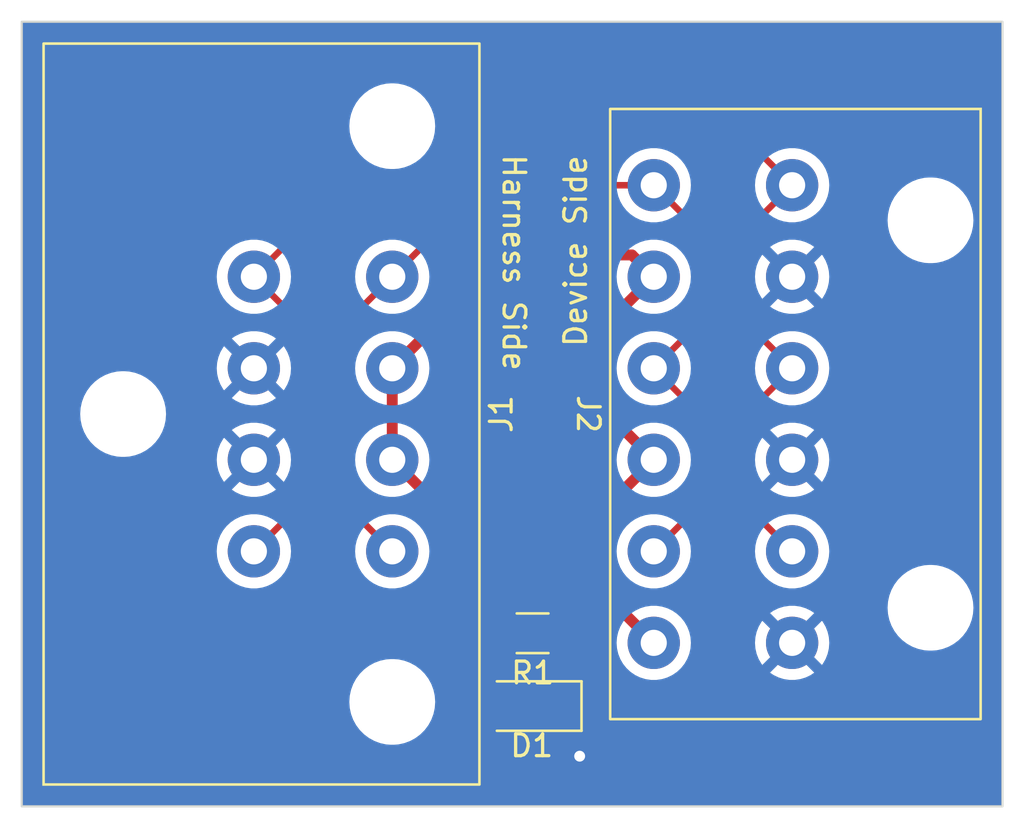
<source format=kicad_pcb>
(kicad_pcb (version 20221018) (generator pcbnew)
  (layers (0 "F.Cu" signal) (31 "B.Cu" signal) (34 "B.Paste" user) (35 "F.Paste" user) (36 "B.SilkS" user "B.Silkscreen") (37 "F.SilkS" user "F.Silkscreen") (38 "B.Mask" user) (39 "F.Mask" user) (44 "Edge.Cuts" user))
  (net 0 "")
  (net 1 "GND")
  (net 2 "/PWR_LED")
  (net 3 "+5V")
  (net 4 "/CANL")
  (net 5 "/CANH")
  (footprint "LED_SMD:LED_1206_3216Metric" (layer "F.Cu") (at 148.4 93.4 180)
    (fp_text reference "D1" (at 0 -1.82) (layer "F.SilkS"))
    (fp_text value "RED")
    (fp_line (start -2.285 -1.135) (end -2.285 1.135) (stroke (width 0.12)) (layer "F.SilkS"))
    (fp_line (start -2.285 1.135) (end 1.6 1.135) (stroke (width 0.12)) (layer "F.SilkS"))
    (fp_line (start 1.6 -1.135) (end -2.285 -1.135) (stroke (width 0.12)) (layer "F.SilkS"))
    (pad "1" smd roundrect (at -1.4 0 180) (size 1.25 1.75) (layers "F.Cu" "F.Paste" "F.Mask") (roundrect_rratio 0.2) (net 1 "GND"))
    (pad "2" smd roundrect (at 1.4 0 180) (size 1.25 1.75) (layers "F.Cu" "F.Paste" "F.Mask") (roundrect_rratio 0.2) (net 2 "/PWR_LED"))
  )
  (footprint "Resistor_SMD:R_1206_3216Metric" (layer "F.Cu") (at 148.44 90.06 180)
    (fp_text reference "R1" (at 0 -1.82) (layer "F.SilkS"))
    (fp_text value "220")
    (fp_line (start -0.727064 -0.91) (end 0.727064 -0.91) (stroke (width 0.12)) (layer "F.SilkS"))
    (fp_line (start -0.727064 0.91) (end 0.727064 0.91) (stroke (width 0.12)) (layer "F.SilkS"))
    (pad "1" smd roundrect (at -1.4625 0 180) (size 1.125 1.75) (layers "F.Cu" "F.Paste" "F.Mask") (roundrect_rratio 0.222222) (net 3 "+5V"))
    (pad "2" smd roundrect (at 1.4625 0 180) (size 1.125 1.75) (layers "F.Cu" "F.Paste" "F.Mask") (roundrect_rratio 0.222222) (net 2 "/PWR_LED"))
  )
  (footprint "Amphenol_Boardlock:ATM13-08PA-BMXX" (layer "F.Cu") (at 142 80 90)
    (fp_text reference "J1" (at 0 5 90 unlocked) (layer "F.SilkS"))
    (fp_text value "ATM13-08PA-BMXX")
    (fp_rect (start -17 -16) (end 17 4) (stroke (width 0.12)) (fill none) (layer "F.SilkS"))
    (pad "" np_thru_hole circle (at -13.21 0 90) (size 3.43 3.43) (drill 3.43) (layers "F&B.Cu" "*.Mask"))
    (pad "" np_thru_hole circle (at 0 -12.35 90) (size 3.43 3.43) (drill 3.43) (layers "F&B.Cu" "*.Mask"))
    (pad "" np_thru_hole circle (at 13.21 0 90) (size 3.43 3.43) (drill 3.43) (layers "F&B.Cu" "*.Mask"))
    (pad "1" thru_hole circle (at -6.3 0 90) (size 2.4 2.4) (drill 1.2) (layers "*.Cu" "*.Mask") (net 4 "/CANL"))
    (pad "2" thru_hole circle (at -2.1 0 90) (size 2.4 2.4) (drill 1.2) (layers "*.Cu" "*.Mask") (net 3 "+5V"))
    (pad "3" thru_hole circle (at 2.1 0 90) (size 2.4 2.4) (drill 1.2) (layers "*.Cu" "*.Mask") (net 3 "+5V"))
    (pad "4" thru_hole circle (at 6.3 0 90) (size 2.4 2.4) (drill 1.2) (layers "*.Cu" "*.Mask") (net 4 "/CANL"))
    (pad "5" thru_hole circle (at 6.3 -6.35 90) (size 2.4 2.4) (drill 1.2) (layers "*.Cu" "*.Mask") (net 5 "/CANH"))
    (pad "6" thru_hole circle (at 2.1 -6.35 90) (size 2.4 2.4) (drill 1.2) (layers "*.Cu" "*.Mask") (net 1 "GND"))
    (pad "7" thru_hole circle (at -2.1 -6.35 90) (size 2.4 2.4) (drill 1.2) (layers "*.Cu" "*.Mask") (net 1 "GND"))
    (pad "8" thru_hole circle (at -6.3 -6.35 90) (size 2.4 2.4) (drill 1.2) (layers "*.Cu" "*.Mask") (net 5 "/CANH"))
  )
  (footprint "Amphenol_Boardlock:ATM13-12PA-BMXX" (layer "F.Cu") (at 154 80 -90)
    (fp_text reference "J2" (at 0 3 -90 unlocked) (layer "F.SilkS"))
    (fp_text value "ATM13-12PA-BMXX")
    (fp_rect (start -14 -15) (end 14 2) (stroke (width 0.12)) (fill none) (layer "F.SilkS"))
    (pad "" np_thru_hole circle (at -8.89 -12.7 270) (size 3.43 3.43) (drill 3.43) (layers "F&B.Cu" "*.Mask"))
    (pad "" np_thru_hole circle (at 8.89 -12.7 270) (size 3.43 3.43) (drill 3.43) (layers "F&B.Cu" "*.Mask"))
    (pad "1" thru_hole circle (at -10.5 0 270) (size 2.4 2.4) (drill 1.2) (layers "*.Cu" "*.Mask") (net 4 "/CANL"))
    (pad "2" thru_hole circle (at -6.3 0 270) (size 2.4 2.4) (drill 1.2) (layers "*.Cu" "*.Mask") (net 3 "+5V"))
    (pad "3" thru_hole circle (at -2.1 0 270) (size 2.4 2.4) (drill 1.2) (layers "*.Cu" "*.Mask") (net 4 "/CANL"))
    (pad "4" thru_hole circle (at 2.1 0 270) (size 2.4 2.4) (drill 1.2) (layers "*.Cu" "*.Mask") (net 3 "+5V"))
    (pad "5" thru_hole circle (at 6.3 0 270) (size 2.4 2.4) (drill 1.2) (layers "*.Cu" "*.Mask") (net 4 "/CANL"))
    (pad "6" thru_hole circle (at 10.5 0 270) (size 2.4 2.4) (drill 1.2) (layers "*.Cu" "*.Mask") (net 3 "+5V"))
    (pad "7" thru_hole circle (at 10.5 -6.35 270) (size 2.4 2.4) (drill 1.2) (layers "*.Cu" "*.Mask") (net 1 "GND"))
    (pad "8" thru_hole circle (at 6.3 -6.35 270) (size 2.4 2.4) (drill 1.2) (layers "*.Cu" "*.Mask") (net 5 "/CANH"))
    (pad "9" thru_hole circle (at 2.1 -6.35 270) (size 2.4 2.4) (drill 1.2) (layers "*.Cu" "*.Mask") (net 1 "GND"))
    (pad "10" thru_hole circle (at -2.1 -6.35 270) (size 2.4 2.4) (drill 1.2) (layers "*.Cu" "*.Mask") (net 5 "/CANH"))
    (pad "11" thru_hole circle (at -6.3 -6.35 270) (size 2.4 2.4) (drill 1.2) (layers "*.Cu" "*.Mask") (net 1 "GND"))
    (pad "12" thru_hole circle (at -10.5 -6.35 270) (size 2.4 2.4) (drill 1.2) (layers "*.Cu" "*.Mask") (net 5 "/CANH"))
  )
  (gr_rect (start 125 62) (end 170 98) (stroke (width 0.1)) (fill none) (layer "Edge.Cuts"))
  (gr_text "Device Side\n" (at 151 77 90) (layer "F.SilkS") (effects (font (size 1 1)) (justify left bottom)))
  (gr_text "Harness Side" (at 147 68 -90) (layer "F.SilkS") (effects (font (size 1 1)) (justify left bottom)))
  (segment (start 149.8 94.9) (end 150.6 95.7) (width 0.5) (layer "F.Cu") (net 1))
  (segment (start 149.8 93.4) (end 149.8 94.9) (width 0.5) (layer "F.Cu") (net 1))
  (via (at 150.6 95.7) (size 1) (drill 0.5) (layers "F.Cu" "B.Cu") (net 1))
  (segment (start 146.9775 93.3775) (end 147 93.4) (width 0.5) (layer "F.Cu") (net 2))
  (segment (start 146.9775 90.06) (end 146.9775 93.3775) (width 0.5) (layer "F.Cu") (net 2))
  (segment (start 142 77) (end 142 77.9) (width 0.5) (layer "F.Cu") (net 3))
  (segment (start 147.2 72.7) (end 153 72.7) (width 0.5) (layer "F.Cu") (net 3))
  (segment (start 154 73.7) (end 152 75.7) (width 0.5) (layer "F.Cu") (net 3))
  (segment (start 142 77.9) (end 147.2 72.7) (width 0.5) (layer "F.Cu") (net 3))
  (segment (start 142 82.1) (end 142 77.9) (width 0.5) (layer "F.Cu") (net 3))
  (segment (start 148.1 86.7) (end 149.9025 88.5025) (width 0.5) (layer "F.Cu") (net 3))
  (segment (start 152 75.7) (end 152 80.1) (width 0.5) (layer "F.Cu") (net 3))
  (segment (start 152 80.1) (end 154 82.1) (width 0.5) (layer "F.Cu") (net 3))
  (segment (start 149.9025 88.5025) (end 149.9025 90.06) (width 0.5) (layer "F.Cu") (net 3))
  (segment (start 152 88.5) (end 152 84.1) (width 0.5) (layer "F.Cu") (net 3))
  (segment (start 154 90.5) (end 152 88.5) (width 0.5) (layer "F.Cu") (net 3))
  (segment (start 142 82.1) (end 146.6 86.7) (width 0.5) (layer "F.Cu") (net 3))
  (segment (start 146.6 86.7) (end 148.1 86.7) (width 0.5) (layer "F.Cu") (net 3))
  (segment (start 152 84.1) (end 154 82.1) (width 0.5) (layer "F.Cu") (net 3))
  (segment (start 153 72.7) (end 154 73.7) (width 0.5) (layer "F.Cu") (net 3))
  (segment (start 139.9 84.2) (end 142 86.3) (width 0.3) (layer "F.Cu") (net 4))
  (segment (start 156.1 75.8) (end 154 77.9) (width 0.3) (layer "F.Cu") (net 4))
  (segment (start 156.1 71.6) (end 156.1 75.8) (width 0.3) (layer "F.Cu") (net 4))
  (segment (start 142 73.7) (end 146.2 69.5) (width 0.3) (layer "F.Cu") (net 4))
  (segment (start 156.3 84) (end 154 86.3) (width 0.3) (layer "F.Cu") (net 4))
  (segment (start 156.3 80.2) (end 156.3 84) (width 0.3) (layer "F.Cu") (net 4))
  (segment (start 139.9 75.8) (end 139.9 84.2) (width 0.3) (layer "F.Cu") (net 4))
  (segment (start 142 73.7) (end 139.9 75.8) (width 0.3) (layer "F.Cu") (net 4))
  (segment (start 146.2 69.5) (end 154 69.5) (width 0.3) (layer "F.Cu") (net 4))
  (segment (start 154 69.5) (end 156.1 71.6) (width 0.3) (layer "F.Cu") (net 4))
  (segment (start 154 77.9) (end 156.3 80.2) (width 0.3) (layer "F.Cu") (net 4))
  (segment (start 158.2 75.75) (end 158.2 71.65) (width 0.3) (layer "F.Cu") (net 5))
  (segment (start 160.35 69.5) (end 158.45 67.6) (width 0.3) (layer "F.Cu") (net 5))
  (segment (start 135.65 86.3) (end 137.8 84.15) (width 0.3) (layer "F.Cu") (net 5))
  (segment (start 158.45 67.6) (end 146.3 67.6) (width 0.3) (layer "F.Cu") (net 5))
  (segment (start 146.3 67.6) (end 143.3 70.6) (width 0.3) (layer "F.Cu") (net 5))
  (segment (start 158 80.25) (end 160.35 77.9) (width 0.3) (layer "F.Cu") (net 5))
  (segment (start 158.2 71.65) (end 160.35 69.5) (width 0.3) (layer "F.Cu") (net 5))
  (segment (start 137.8 75.85) (end 135.65 73.7) (width 0.3) (layer "F.Cu") (net 5))
  (segment (start 160.35 86.3) (end 158 83.95) (width 0.3) (layer "F.Cu") (net 5))
  (segment (start 137.8 84.15) (end 137.8 75.85) (width 0.3) (layer "F.Cu") (net 5))
  (segment (start 158 83.95) (end 158 80.25) (width 0.3) (layer "F.Cu") (net 5))
  (segment (start 138.75 70.6) (end 135.65 73.7) (width 0.3) (layer "F.Cu") (net 5))
  (segment (start 160.35 77.9) (end 158.2 75.75) (width 0.3) (layer "F.Cu") (net 5))
  (segment (start 143.3 70.6) (end 138.75 70.6) (width 0.3) (layer "F.Cu") (net 5))
  (zone (net 1) (net_name "GND") (layer "B.Cu") (connect_pads (clearance 0.5)) (min_thickness 0.25) (fill yes (thermal_gap 0.5) (thermal_bridge_width 0.5))
    (polygon (pts (xy 124 61) (xy 171 61) (xy 171 99) (xy 124 99)))
  )
)
</source>
